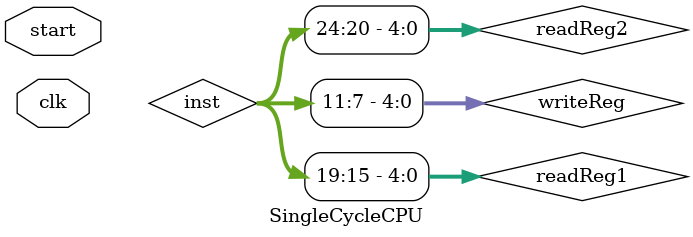
<source format=v>
module SingleCycleCPU (
    input clk,
    input start
    
);

// When input start is zero, cpu should reset
// When input start is high, cpu start running

// TODO: connect wire to realize SingleCycleCPU
// The following provides simple template,

wire [31:0] inst,pc_i,imm,shifted_imm, pc,A,B_reg,B,writeData,readData,PCTarget,ALUOut;
wire [1:0]ALUOp;
wire [3:0]ALUCtl;
wire [31:0]pc_o;
wire [4:0]readReg1,readReg2,writeReg;

assign readReg1 = inst[19:15];
assign readReg2 = inst[24:20];
assign writeReg = inst[11:7];


wire branch,memRead,memtoReg,memWrite,ALUSrc,regWrite,zero;
wire sel;
assign sel = branch?zero:0;

//program counter logic


PC m_PC(
    .clk(clk),
    .rst(start),
    .pc_i(pc_i),
    .pc_o(pc_o)
);

Adder m_Adder_1(
    .a(pc_o),
    .b(32'h4),
    .sum(pc)
);

Adder m_Adder_2(
    .a(pc_o),
    .b(imm),
    .sum(PCTarget)
);

InstructionMemory m_InstMem(
    .readAddr(pc_o),
    .inst(inst)
);

Control m_Control(
    .opcode(inst[6:0]),
    .branch(branch),
    .memRead(memRead),
    .memtoReg(memtoReg),
    .ALUOp(ALUOp),
    .memWrite(memWrite),
    .ALUSrc(ALUSrc),
    .regWrite(regWrite)
);


Register m_Register(
    .clk(clk),
    .rst(start),
    .regWrite(regWrite),
    .readReg1(readReg1),
    .readReg2(readReg2),
    .writeReg(writeReg),
    .writeData(writeData),
    .readData1(A),
    .readData2(B_reg)
);


ImmGen #(.Width(32)) m_ImmGen(
    .inst(inst),
    .imm(imm)
);

ShiftLeftOne m_ShiftLeftOne(
    .i(imm),
    .o(shifted_imm)
);


Mux2to1 #(.size(32)) m_Mux_PC(
    .sel(sel),
    .s0(pc),
    .s1(PCTarget),
    .out(pc_i)
);

Mux2to1 #(.size(32)) m_Mux_ALU(
    .sel(ALUSrc),
    .s0(B_reg),
    .s1(imm),
    .out(B)
);

ALUCtrl m_ALUCtrl(
    .ALUOp(ALUOp),
    .op5(inst[5]),
    .funct7(inst[30]),
    .funct3(inst[14:12]),
    .ALUCtl(ALUCtl)
);

ALU m_ALU(
    .ALUCtl(ALUCtl),
    .A(A),
    .B(B),
    .ALUOut(ALUOut),
    .zero(zero)
);

DataMemory m_DataMemory(
    .clk(clk),
    .rst(start),
    .memWrite(memWrite),
    .memRead(memRead),
    .address(ALUOut),
    .writeData(B_reg),
    .readData(readData)
);

Mux2to1 #(.size(32)) m_Mux_WriteData(
    .sel(memtoReg),
    .s0(ALUOut),
    .s1(readData),
    .out(writeData)
);

endmodule

</source>
